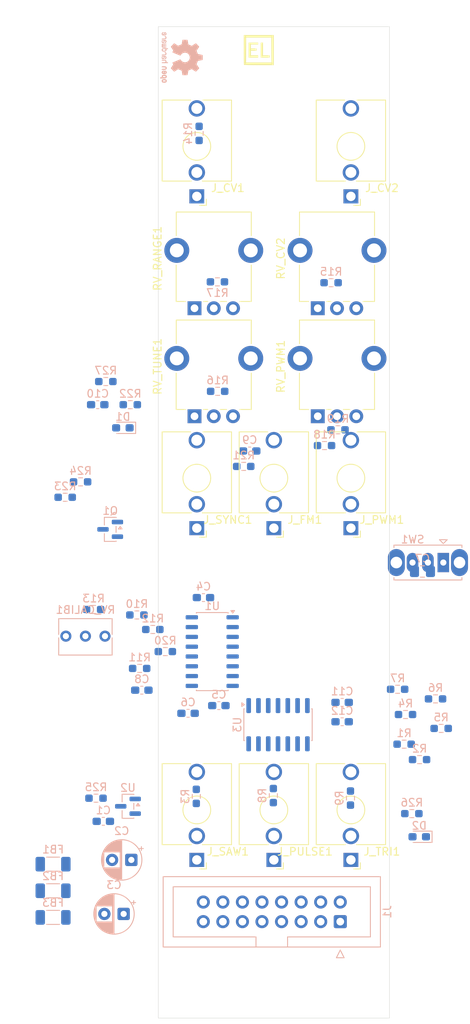
<source format=kicad_pcb>
(kicad_pcb (version 20241229) (generator "pcbnew") (generator_version "9.0")
  (layers (0 "F.Cu" signal) (2 "B.Cu" signal) (13 "F.Paste" user) (15 "B.Paste" user) (5 "F.SilkS" user "F.Silkscreen") (7 "B.SilkS" user "B.Silkscreen") (1 "F.Mask" user) (3 "B.Mask" user) (25 "Edge.Cuts" user))
  (net 0 "")
  (net 1 "-12V")
  (net 3 "GND")
  (net 4 "+12V")
  (net 5 "+5V")
  (net 9 "/TRI_OUT")
  (net 11 "/TCAP")
  (net 12 "+2V5")
  (net 13 "/SAW_OUT")
  (net 14 "/PULSE_OUT")
  (net 15 "/1.25V")
  (net 16 "Net-(R2-Pad1)")
  (net 17 "Net-(U3A--)")
  (net 23 "Net-(J_SAW1-PadT)")
  (net 26 "Net-(SW1-A)")
  (net 27 "Net-(C8-Pad1)")
  (net 28 "Net-(C9-Pad2)")
  (net 29 "Net-(C9-Pad1)")
  (net 30 "/HARD_SYNC")
  (net 31 "Net-(C10-Pad1)")
  (net 32 "Net-(D1-K)")
  (net 33 "Net-(D2-A)")
  (net 34 "Net-(D2-K)")
  (net 35 "Net-(J1-Pin_1)")
  (net 36 "Net-(J1-Pin_10)")
  (net 37 "Net-(J1-Pin_11)")
  (net 38 "Net-(J_CV1-PadT)")
  (net 39 "Net-(J_CV2-PadT)")
  (net 40 "Net-(J_PULSE1-PadT)")
  (net 41 "Net-(J_PWM1-PadT)")
  (net 42 "Net-(J_TRI1-PadT)")
  (net 43 "Net-(U3B--)")
  (net 44 "Net-(R4-Pad1)")
  (net 45 "Net-(U3C--)")
  (net 46 "Net-(R5-Pad1)")
  (net 47 "/BW_COMP")
  (net 48 "/EXPO_FREQ")
  (net 49 "/HF_TRACK")
  (net 50 "Net-(R13-Pad2)")
  (net 51 "Net-(R15-Pad1)")
  (net 52 "Net-(R16-Pad1)")
  (net 53 "Net-(R17-Pad1)")
  (net 54 "/PWM_CTRL")
  (net 55 "/LIN_FREQ")
  (net 56 "Net-(U1-EXPO_SCALE)")
  (net 58 "Net-(Q1-B)")
  (footprint "MountingHole:MountingHole_3.5mm" (layer "F.Cu") (at 97.86 155.5)
    (property "Reference" "H4" (hide yes))
    (property "Value" "MountingHole" (hide yes))
    (pad "" np_thru_hole circle (at 0 0) (size 3.5 3.5) (drill 3.5) (layers "*.Cu" "*.Mask"))
  )
  (footprint "Connector_Audio:Jack_3.5mm_QingPu_WQP-PJ398SM_Vertical_CircularHoles" (layer "F.Cu") (at 100 52 180)
    (property "Reference" "J_CV2" (at -4.03 1.08 0) (layer "F.SilkS"))
    (property "Value" "AudioJack2_SwitchT")
    (pad "S" thru_hole rect (at 0 0) (size 1.93 1.83) (drill 1.22) (layers "*.Cu" "*.Mask") (net 3 "GND"))
    (pad "T" thru_hole circle (at 0 11.4) (size 2.13 2.13) (drill 1.43) (layers "*.Cu" "*.Mask") (net 39 "Net-(J_CV2-PadT)"))
    (pad "TN" thru_hole circle (at 0 3.1) (size 2.13 2.13) (drill 1.42) (layers "*.Cu" "*.Mask"))
  )
  (footprint "Connector_Audio:Jack_3.5mm_QingPu_WQP-PJ398SM_Vertical_CircularHoles" (layer "F.Cu") (at 80 52 180)
    (property "Reference" "J_CV1" (at -4.03 1.08 0) (layer "F.SilkS"))
    (property "Value" "AudioJack2_SwitchT")
    (pad "S" thru_hole rect (at 0 0) (size 1.93 1.83) (drill 1.22) (layers "*.Cu" "*.Mask") (net 3 "GND"))
    (pad "T" thru_hole circle (at 0 11.4) (size 2.13 2.13) (drill 1.43) (layers "*.Cu" "*.Mask") (net 38 "Net-(J_CV1-PadT)"))
    (pad "TN" thru_hole circle (at 0 3.1) (size 2.13 2.13) (drill 1.42) (layers "*.Cu" "*.Mask") (net 3 "GND"))
  )
  (footprint "Connector_Audio:Jack_3.5mm_QingPu_WQP-PJ398SM_Vertical_CircularHoles" (layer "F.Cu") (at 100 138 180)
    (property "Reference" "J_TRI1" (at -4.03 1.08 0) (layer "F.SilkS"))
    (property "Value" "AudioJack2_SwitchT")
    (pad "S" thru_hole rect (at 0 0) (size 1.93 1.83) (drill 1.22) (layers "*.Cu" "*.Mask") (net 3 "GND"))
    (pad "T" thru_hole circle (at 0 11.4) (size 2.13 2.13) (drill 1.43) (layers "*.Cu" "*.Mask") (net 42 "Net-(J_TRI1-PadT)"))
    (pad "TN" thru_hole circle (at 0 3.1) (size 2.13 2.13) (drill 1.42) (layers "*.Cu" "*.Mask"))
  )
  (footprint "Connector_Audio:Jack_3.5mm_QingPu_WQP-PJ398SM_Vertical_CircularHoles" (layer "F.Cu") (at 90 95 180)
    (property "Reference" "J_FM1" (at -4.03 1.08 0) (layer "F.SilkS"))
    (property "Value" "AudioJack2_SwitchT")
    (pad "S" thru_hole rect (at 0 0) (size 1.93 1.83) (drill 1.22) (layers "*.Cu" "*.Mask") (net 3 "GND"))
    (pad "T" thru_hole circle (at 0 11.4) (size 2.13 2.13) (drill 1.43) (layers "*.Cu" "*.Mask") (net 29 "Net-(C9-Pad1)"))
    (pad "TN" thru_hole circle (at 0 3.1) (size 2.13 2.13) (drill 1.42) (layers "*.Cu" "*.Mask"))
  )
  (footprint "Connector_Audio:Jack_3.5mm_QingPu_WQP-PJ398SM_Vertical_CircularHoles" (layer "F.Cu") (at 80 95 180)
    (property "Reference" "J_SYNC1" (at -4.03 1.08 0) (layer "F.SilkS"))
    (property "Value" "AudioJack2_SwitchT")
    (pad "S" thru_hole rect (at 0 0) (size 1.93 1.83) (drill 1.22) (layers "*.Cu" "*.Mask") (net 3 "GND"))
    (pad "T" thru_hole circle (at 0 11.4) (size 2.13 2.13) (drill 1.43) (layers "*.Cu" "*.Mask") (net 31 "Net-(C10-Pad1)"))
    (pad "TN" thru_hole circle (at 0 3.1) (size 2.13 2.13) (drill 1.42) (layers "*.Cu" "*.Mask"))
  )
  (footprint "MountingHole:MountingHole_3.5mm" (layer "F.Cu") (at 82.62 33)
    (property "Reference" "H1" (hide yes))
    (property "Value" "MountingHole" (hide yes))
    (pad "" np_thru_hole circle (at 0 0) (size 3.5 3.5) (drill 3.5) (layers "*.Cu" "*.Mask"))
  )
  (footprint "Connector_Audio:Jack_3.5mm_QingPu_WQP-PJ398SM_Vertical_CircularHoles" (layer "F.Cu") (at 100 95 180)
    (property "Reference" "J_PWM1" (at -4.03 1.08 0) (layer "F.SilkS"))
    (property "Value" "AudioJack2_SwitchT")
    (pad "S" thru_hole rect (at 0 0) (size 1.93 1.83) (drill 1.22) (layers "*.Cu" "*.Mask") (net 3 "GND"))
    (pad "T" thru_hole circle (at 0 11.4) (size 2.13 2.13) (drill 1.43) (layers "*.Cu" "*.Mask") (net 41 "Net-(J_PWM1-PadT)"))
    (pad "TN" thru_hole circle (at 0 3.1) (size 2.13 2.13) (drill 1.42) (layers "*.Cu" "*.Mask"))
  )
  (footprint "Potentiometer_THT:Potentiometer_Alpha_RD901F-40-00D_Single_Vertical_CircularHoles" (layer "F.Cu") (at 95.7 80.5 90)
    (property "Reference" "RV_PWM1" (at 6.45 -4.8 90) (layer "F.SilkS"))
    (property "Value" "100k")
    (pad "" thru_hole circle (at 7.5 -2.3 180) (size 3.24 3.24) (drill 1.8) (layers "*.Cu" "*.Mask"))
    (pad "" thru_hole circle (at 7.5 7.3 180) (size 3.24 3.24) (drill 1.8) (layers "*.Cu" "*.Mask"))
    (pad "1" thru_hole rect (at 0 0 180) (size 1.8 1.8) (drill 1) (layers "*.Cu" "*.Mask") (net 12 "+2V5"))
    (pad "2" thru_hole circle (at 0 2.5 180) (size 1.8 1.8) (drill 1) (layers "*.Cu" "*.Mask") (net 54 "/PWM_CTRL"))
    (pad "3" thru_hole circle (at 0 5 180) (size 1.8 1.8) (drill 1) (layers "*.Cu" "*.Mask") (net 3 "GND"))
  )
  (footprint "Connector_Audio:Jack_3.5mm_QingPu_WQP-PJ398SM_Vertical_CircularHoles" (layer "F.Cu") (at 80 138 180)
    (property "Reference" "J_SAW1" (at -4.03 1.08 0) (layer "F.SilkS"))
    (property "Value" "AudioJack2_SwitchT")
    (pad "S" thru_hole rect (at 0 0) (size 1.93 1.83) (drill 1.22) (layers "*.Cu" "*.Mask") (net 3 "GND"))
    (pad "T" thru_hole circle (at 0 11.4) (size 2.13 2.13) (drill 1.43) (layers "*.Cu" "*.Mask") (net 23 "Net-(J_SAW1-PadT)"))
    (pad "TN" thru_hole circle (at 0 3.1) (size 2.13 2.13) (drill 1.42) (layers "*.Cu" "*.Mask"))
  )
  (footprint "MountingHole:MountingHole_3.5mm" (layer "F.Cu") (at 97.86 33)
    (property "Reference" "H2" (hide yes))
    (property "Value" "MountingHole" (hide yes))
    (pad "" np_thru_hole circle (at 0 0) (size 3.5 3.5) (drill 3.5) (layers "*.Cu" "*.Mask"))
  )
  (footprint "Connector_Audio:Jack_3.5mm_QingPu_WQP-PJ398SM_Vertical_CircularHoles" (layer "F.Cu") (at 90 138 180)
    (property "Reference" "J_PULSE1" (at -4.03 1.08 0) (layer "F.SilkS"))
    (property "Value" "AudioJack2_SwitchT")
    (pad "S" thru_hole rect (at 0 0) (size 1.93 1.83) (drill 1.22) (layers "*.Cu" "*.Mask") (net 3 "GND"))
    (pad "T" thru_hole circle (at 0 11.4) (size 2.13 2.13) (drill 1.43) (layers "*.Cu" "*.Mask") (net 40 "Net-(J_PULSE1-PadT)"))
    (pad "TN" thru_hole circle (at 0 3.1) (size 2.13 2.13) (drill 1.42) (layers "*.Cu" "*.Mask"))
  )
  (footprint "MountingHole:MountingHole_3.5mm" (layer "F.Cu") (at 82.62 155.5)
    (property "Reference" "H3" (hide yes))
    (property "Value" "MountingHole" (hide yes))
    (pad "" np_thru_hole circle (at 0 0) (size 3.5 3.5) (drill 3.5) (layers "*.Cu" "*.Mask"))
  )
  (footprint "Potentiometer_THT:Potentiometer_Alpha_RD901F-40-00D_Single_Vertical_CircularHoles" (layer "F.Cu") (at 79.7 80.5 90)
    (property "Reference" "RV_TUNE1" (at 6.45 -4.8 90) (layer "F.SilkS"))
    (property "Value" "100k")
    (pad "" thru_hole circle (at 7.5 -2.3 180) (size 3.24 3.24) (drill 1.8) (layers "*.Cu" "*.Mask"))
    (pad "" thru_hole circle (at 7.5 7.3 180) (size 3.24 3.24) (drill 1.8) (layers "*.Cu" "*.Mask"))
    (pad "1" thru_hole rect (at 0 0 180) (size 1.8 1.8) (drill 1) (layers "*.Cu" "*.Mask") (net 4 "+12V"))
    (pad "2" thru_hole circle (at 0 2.5 180) (size 1.8 1.8) (drill 1) (layers "*.Cu" "*.Mask") (net 52 "Net-(R16-Pad1)"))
    (pad "3" thru_hole circle (at 0 5 180) (size 1.8 1.8) (drill 1) (layers "*.Cu" "*.Mask") (net 3 "GND"))
  )
  (footprint "Potentiometer_THT:Potentiometer_Alpha_RD901F-40-00D_Single_Vertical_CircularHoles" (layer "F.Cu") (at 95.7 66.5 90)
    (property "Reference" "RV_CV2" (at 6.45 -4.8 90) (layer "F.SilkS"))
    (property "Value" "100k?")
    (pad "" thru_hole circle (at 7.5 -2.3 180) (size 3.24 3.24) (drill 1.8) (layers "*.Cu" "*.Mask"))
    (pad "" thru_hole circle (at 7.5 7.3 180) (size 3.24 3.24) (drill 1.8) (layers "*.Cu" "*.Mask"))
    (pad "1" thru_hole rect (at 0 0 180) (size 1.8 1.8) (drill 1) (layers "*.Cu" "*.Mask") (net 3 "GND"))
    (pad "2" thru_hole circle (at 0 2.5 180) (size 1.8 1.8) (drill 1) (layers "*.Cu" "*.Mask") (net 51 "Net-(R15-Pad1)"))
    (pad "3" thru_hole circle (at 0 5 180) (size 1.8 1.8) (drill 1) (layers "*.Cu" "*.Mask") (net 39 "Net-(J_CV2-PadT)"))
  )
  (footprint "elemental:elemental-4mm" (layer "F.Cu") (at 88 33)
    (property "Reference" "G***" (hide yes))
    (property "Value" "LOGO" (hide yes))
  )
  (footprint "Potentiometer_THT:Potentiometer_Alpha_RD901F-40-00D_Single_Vertical_CircularHoles" (layer "F.Cu") (at 79.7 66.5 90)
    (property "Reference" "RV_RANGE1" (at 6.45 -4.8 90) (layer "F.SilkS"))
    (property "Value" "100k")
    (pad "" thru_hole circle (at 7.5 -2.3 180) (size 3.24 3.24) (drill 1.8) (layers "*.Cu" "*.Mask"))
    (pad "" thru_hole circle (at 7.5 7.3 180) (size 3.24 3.24) (drill 1.8) (layers "*.Cu" "*.Mask"))
    (pad "1" thru_hole rect (at 0 0 180) (size 1.8 1.8) (drill 1) (layers "*.Cu" "*.Mask") (net 4 "+12V"))
    (pad "2" thru_hole circle (at 0 2.5 180) (size 1.8 1.8) (drill 1) (layers "*.Cu" "*.Mask") (net 53 "Net-(R17-Pad1)"))
    (pad "3" thru_hole circle (at 0 5 180) (size 1.8 1.8) (drill 1) (layers "*.Cu" "*.Mask") (net 3 "GND"))
  )
  (footprint "Resistor_SMD:R_0603_1608Metric_Pad0.98x0.95mm_HandSolder" (layer "B.Cu") (at 72.579841 113.180765 180)
    (property "Reference" "R11" (at 0 1.43 0) (layer "B.SilkS") (effects (justify mirror)))
    (property "Value" "267k")
    (pad "1" smd roundrect (at -0.9125 0 180) (size 0.975 0.95) (layers "B.Cu" "B.Mask" "B.Paste") (net 49 "/HF_TRACK"))
    (pad "2" smd roundrect (at 0.9125 0 180) (size 0.975 0.95) (layers "B.Cu" "B.Mask" "B.Paste") (net 48 "/EXPO_FREQ"))
  )
  (footprint "Resistor_SMD:R_0603_1608Metric_Pad0.98x0.95mm_HandSolder" (layer "B.Cu") (at 68.1875 76 180)
    (property "Reference" "R27" (at 0 1.43 0) (layer "B.SilkS") (effects (justify mirror)))
    (property "Value" "1k maybe?")
    (pad "1" smd roundrect (at -0.9125 0 180) (size 0.975 0.95) (layers "B.Cu" "B.Mask" "B.Paste") (net 32 "Net-(D1-K)"))
    (pad "2" smd roundrect (at 0.9125 0 180) (size 0.975 0.95) (layers "B.Cu" "B.Mask" "B.Paste") (net 3 "GND"))
  )
  (footprint "Resistor_SMD:R_0603_1608Metric_Pad0.98x0.95mm_HandSolder" (layer "B.Cu") (at 110.986749 117.12996 180)
    (property "Reference" "R6" (at 0 1.43 0) (layer "B.SilkS") (effects (justify mirror)))
    (property "Value" "10k")
    (pad "1" smd roundrect (at -0.9125 0 180) (size 0.975 0.95) (layers "B.Cu" "B.Mask" "B.Paste") (net 43 "Net-(U3B--)"))
    (pad "2" smd roundrect (at 0.9125 0 180) (size 0.975 0.95) (layers "B.Cu" "B.Mask" "B.Paste") (net 14 "/PULSE_OUT"))
  )
  (footprint "Resistor_SMD:R_0603_1608Metric_Pad0.98x0.95mm_HandSolder" (layer "B.Cu") (at 107.9125 132 180)
    (property "Reference" "R26" (at 0 1.43 0) (layer "B.SilkS") (effects (justify mirror)))
    (property "Value" "1k maybe")
    (pad "1" smd roundrect (at -0.9125 0 180) (size 0.975 0.95) (layers "B.Cu" "B.Mask" "B.Paste") (net 34 "Net-(D2-K)"))
    (pad "2" smd roundrect (at 0.9125 0 180) (size 0.975 0.95) (layers "B.Cu" "B.Mask" "B.Paste") (net 3 "GND"))
  )
  (footprint "Package_TO_SOT_SMD:SOT-23" (layer "B.Cu") (at 68.757455 95.157025 180)
    (property "Reference" "Q1" (at 0 2.4 0) (layer "B.SilkS") (effects (justify mirror)))
    (property "Value" "BC847")
    (pad "1" smd roundrect (at -0.9375 0.95 180) (size 1.475 0.6) (layers "B.Cu" "B.Mask" "B.Paste") (net 58 "Net-(Q1-B)"))
    (pad "2" smd roundrect (at -0.9375 -0.95 180) (size 1.475 0.6) (layers "B.Cu" "B.Mask" "B.Paste") (net 30 "/HARD_SYNC"))
    (pad "3" smd roundrect (at 0.9375 0 180) (size 1.475 0.6) (layers "B.Cu" "B.Mask" "B.Paste") (net 5 "+5V"))
  )
  (footprint "Inductor_SMD:L_1206_3216Metric_Pad1.22x1.90mm_HandSolder" (layer "B.Cu") (at 61.3375 138.55 180)
    (property "Reference" "FB1" (at 0 1.9 0) (layer "B.SilkS") (effects (justify mirror)))
    (property "Value" "FerriteBead_Small")
    (pad "1" smd roundrect (at -1.6625 0 180) (size 1.225 1.9) (layers "B.Cu" "B.Mask" "B.Paste") (roundrect_rratio 0.204082) (net 35 "Net-(J1-Pin_1)"))
    (pad "2" smd roundrect (at 1.6625 0 180) (size 1.225 1.9) (layers "B.Cu" "B.Mask" "B.Paste") (roundrect_rratio 0.204082) (net 1 "-12V"))
  )
  (footprint "Resistor_SMD:R_0603_1608Metric_Pad0.98x0.95mm_HandSolder" (layer "B.Cu") (at 71.3625 79 180)
    (property "Reference" "R22" (at 0 1.43 0) (layer "B.SilkS") (effects (justify mirror)))
    (property "Value" "10k")
    (pad "1" smd roundrect (at -0.9125 0 180) (size 0.975 0.95) (layers "B.Cu" "B.Mask" "B.Paste") (net 30 "/HARD_SYNC"))
    (pad "2" smd roundrect (at 0.9125 0 180) (size 0.975 0.95) (layers "B.Cu" "B.Mask" "B.Paste") (net 3 "GND"))
  )
  (footprint "Resistor_SMD:R_0603_1608Metric_Pad0.98x0.95mm_HandSolder" (layer "B.Cu") (at 108.9125 125 180)
    (property "Reference" "R2" (at 0 1.43 0) (layer "B.SilkS") (effects (justify mirror)))
    (property "Value" "39k")
    (pad "1" smd roundrect (at -0.9125 0 180) (size 0.975 0.95) (layers "B.Cu" "B.Mask" "B.Paste") (net 16 "Net-(R2-Pad1)"))
    (pad "2" smd roundrect (at 0.9125 0 180) (size 0.975 0.95) (layers "B.Cu" "B.Mask" "B.Paste") (net 17 "Net-(U3A--)"))
  )
  (footprint "Resistor_SMD:R_0603_1608Metric_Pad0.98x0.95mm_HandSolder" (layer "B.Cu") (at 86.0875 87 180)
    (property "Reference" "R21" (at 0 1.43 0) (layer "B.SilkS") (effects (justify mirror)))
    (property "Value" "499k")
    (pad "1" smd roundrect (at -0.9125 0 180) (size 0.975 0.95) (layers "B.Cu" "B.Mask" "B.Paste") (net 28 "Net-(C9-Pad2)"))
    (pad "2" smd roundrect (at 0.9125 0 180) (size 0.975 0.95) (layers "B.Cu" "B.Mask" "B.Paste") (net 55 "/LIN_FREQ"))
  )
  (footprint "Resistor_SMD:R_0603_1608Metric_Pad0.98x0.95mm_HandSolder" (layer "B.Cu") (at 74.287587 108.134769 180)
    (property "Reference" "R12" (at 0 1.43 0) (layer "B.SilkS") (effects (justify mirror)))
    (property "Value" "4k3")
    (pad "1" smd roundrect (at -0.9125 0 180) (size 0.975 0.95) (layers "B.Cu" "B.Mask" "B.Paste") (net 49 "/HF_TRACK"))
    (pad "2" smd roundrect (at 0.9125 0 180) (size 0.975 0.95) (layers "B.Cu" "B.Mask" "B.Paste") (net 3 "GND"))
  )
  (footprint "Resistor_SMD:R_0603_1608Metric_Pad0.98x0.95mm_HandSolder" (layer "B.Cu") (at 89.933251 129.658883 -90)
    (property "Reference" "R8" (at 0 1.43 90) (layer "B.SilkS") (effects (justify mirror)))
    (property "Value" "1k")
    (pad "1" smd roundrect (at -0.9125 0 270) (size 0.975 0.95) (layers "B.Cu" "B.Mask" "B.Paste") (net 40 "Net-(J_PULSE1-PadT)"))
    (pad "2" smd roundrect (at 0.9125 0 270) (size 0.975 0.95) (layers "B.Cu" "B.Mask" "B.Paste") (net 44 "Net-(R4-Pad1)"))
  )
  (footprint "Package_TO_SOT_SMD:SOT-23" (layer "B.Cu") (at 71.0625 131.05 180)
    (property "Reference" "U2" (at 0 2.4 0) (layer "B.SilkS") (effects (justify mirror)))
    (property "Value" "TL431DBZ")
    (pad "1" smd roundrect (at -0.9375 0.95 180) (size 1.475 0.6) (layers "B.Cu" "B.Mask" "B.Paste") (net 12 "+2V5"))
    (pad "2" smd roundrect (at -0.9375 -0.95 180) (size 1.475 0.6) (layers "B.Cu" "B.Mask" "B.Paste") (net 12 "+2V5"))
    (pad "3" smd roundrect (at 0.9375 0 180) (size 1.475 0.6) (layers "B.Cu" "B.Mask" "B.Paste") (net 3 "GND"))
  )
  (footprint "Inductor_SMD:L_1206_3216Metric_Pad1.22x1.90mm_HandSolder" (layer "B.Cu") (at 61.3375 142 180)
    (property "Reference" "FB2" (at 0 1.9 0) (layer "B.SilkS") (effects (justify mirror)))
    (property "Value" "FerriteBead_Small")
    (pad "1" smd roundrect (at -1.6625 0 180) (size 1.225 1.9) (layers "B.Cu" "B.Mask" "B.Paste") (roundrect_rratio 0.204082) (net 36 "Net-(J1-Pin_10)"))
    (pad "2" smd roundrect (at 1.6625 0 180) (size 1.225 1.9) (layers "B.Cu" "B.Mask" "B.Paste") (roundrect_rratio 0.204082) (net 4 "+12V"))
  )
  (footprint "Resistor_SMD:R_0603_1608Metric_Pad0.98x0.95mm_HandSolder" (layer "B.Cu") (at 111.719076 120.957251 180)
    (property "Reference" "R5" (at 0 1.43 0) (layer "B.SilkS") (effects (justify mirror)))
    (property "Value" "39k")
    (pad "1" smd roundrect (at -0.9125 0 180) (size 0.975 0.95) (layers "B.Cu" "B.Mask" "B.Paste") (net 46 "Net-(R5-Pad1)"))
    (pad "2" smd roundrect (at 0.9125 0 180) (size 0.975 0.95) (layers "B.Cu" "B.Mask" "B.Paste") (net 45 "Net-(U3C--)"))
  )
  (footprint "Resistor_SMD:R_0603_1608Metric_Pad0.98x0.95mm_HandSolder" (layer "B.Cu") (at 79.93181 129.764941 -90)
    (property "Reference" "R3" (at 0 1.43 90) (layer "B.SilkS") (effects (justify mirror)))
    (property "Value" "1k")
    (pad "1" smd roundrect (at -0.9125 0 270) (size 0.975 0.95) (layers "B.Cu" "B.Mask" "B.Paste") (net 23 "Net-(J_SAW1-PadT)"))
    (pad "2" smd roundrect (at 0.9125 0 270) (size 0.975 0.95) (layers "B.Cu" "B.Mask" "B.Paste") (net 16 "Net-(R2-Pad1)"))
  )
  (footprint "Button_Switch_THT:SW_Slide_SPDT_Straight_CK_OS102011MS2Q" (layer "B.Cu") (at 112 99.46 180)
    (property "Reference" "SW1" (at 3.99 2.99 0) (layer "B.SilkS") (effects (justify mirror)))
    (property "Value" "SW_SPDT")
    (pad "" thru_hole oval (at -2.1 0 180) (size 2.2 3.5) (drill 1.5) (layers "*.Cu" "*.Mask"))
    (pad "" thru_hole oval (at 6.1 0 180) (size 2.2 3.5) (drill 1.5) (layers "*.Cu" "*.Mask"))
    (pad "1" thru_hole rect (at 0 0 180) (size 1.5 2.5) (drill 0.8) (layers "*.Cu" "*.Mask") (net 26 "Net-(SW1-A)"))
    (pad "2" thru_hole oval (at 2 0 180) (size 1.5 2.5) (drill 0.8) (layers "*.Cu" "*.Mask") (net 3 "GND"))
    (pad "3" thru_hole oval (at 4 0 180) (size 1.5 2.5) (drill 0.8) (layers "*.Cu" "*.Mask"))
  )
  (footprint "Capacitor_SMD:C_0603_1608Metric_Pad1.08x0.95mm_HandSolder" (layer "B.Cu") (at 72.8625 116 180)
    (property "Reference" "C8" (at 0 1.43 0) (layer "B.SilkS") (effects (justify mirror)))
    (property "Value" "10n")
    (pad "1" smd roundrect (at -0.8625 0 180) (size 1.075 0.95) (layers "B.Cu" "B.Mask" "B.Paste") (net 27 "Net-(C8-Pad1)"))
    (pad "2" smd roundrect (at 0.8625 0 180) (size 1.075 0.95) (layers "B.Cu" "B.Mask" "B.Paste") (net 3 "GND"))
  )
  (footprint "Capacitor_SMD:C_0603_1608Metric_Pad1.08x0.95mm_HandSolder" (layer "B.Cu") (at 86.8625 85 180)
    (property "Reference" "C9" (at 0 1.43 0) (layer "B.SilkS") (effects (justify mirror)))
    (property "Value" "1u")
    (pad "1" smd roundrect (at -0.8625 0 180) (size 1.075 0.95) (layers "B.Cu" "B.Mask" "B.Paste") (net 29 "Net-(C9-Pad1)"))
    (pad "2" smd roundrect (at 0.8625 0 180) (size 1.075 0.95) (layers "B.Cu" "B.Mask" "B.Paste") (net 28 "Net-(C9-Pad2)"))
  )
  (footprint "Resistor_SMD:R_0603_1608Metric_Pad0.98x0.95mm_HandSolder" (layer "B.Cu") (at 96.578466 84.3 180)
    (property "Reference" "R18" (at 0 1.43 0) (layer "B.SilkS") (effects (justify mirror)))
    (property "Value" "100k")
    (pad "1" smd roundrect (at -0.9125 0 180) (size 0.975 0.95) (layers "B.Cu" "B.Mask" "B.Paste") (net 41 "Net-(J_PWM1-PadT)"))
    (pad "2" smd roundrect (at 0.9125 0 180) (size 0.975 0.95) (layers "B.Cu" "B.Mask" "B.Paste") (net 54 "/PWM_CTRL"))
  )
  (footprint "Capacitor_SMD:C_0603_1608Metric_Pad1.08x0.95mm_HandSolder" (layer "B.Cu") (at 80.8625 104 180)
    (property "Reference" "C4" (at 0 1.43 0) (layer "B.SilkS") (effects (justify mirror)))
    (property "Value" "100n X7R")
    (pad "1" smd roundrect (at -0.8625 0 180) (size 1.075 0.95) (layers "B.Cu" "B.Mask" "B.Paste") (net 5 "+5V"))
    (pad "2" smd roundrect (at 0.8625 0 180) (size 1.075 0.95) (layers "B.Cu" "B.Mask" "B.Paste") (net 3 "GND"))
  )
  (footprint "Resistor_SMD:R_0603_1608Metric_Pad0.98x0.95mm_HandSolder" (layer "B.Cu") (at 107.091444 119.156372 180)
    (property "Reference" "R4" (at 0 1.43 0) (layer "B.SilkS") (effects (justify mirror)))
    (property "Value" "39k")
    (pad "1" smd roundrect (at -0.9125 0 180) (size 0.975 0.95) (layers "B.Cu" "B.Mask" "B.Paste") (net 44 "Net-(R4-Pad1)"))
    (pad "2" smd roundrect (at 0.9125 0 180) (size 0.975 0.95) (layers "B.Cu" "B.Mask" "B.Paste") (net 43 "Net-(U3B--)"))
  )
  (footprint "Resistor_SMD:R_0603_1608Metric_Pad0.98x0.95mm_HandSolder" (layer "B.Cu") (at 66.601672 105.540074 180)
    (property "Reference" "R13" (at 0 1.43 0) (layer "B.SilkS") (effects (justify mirror)))
    (property "Value" "22k1")
    (pad "1" smd roundrect (at -0.9125 0 180) (size 0.975 0.95) (layers "B.Cu" "B.Mask" "B.Paste") (net 12 "+2V5"))
    (pad "2" smd roundrect (at 0.9125 0 180) (size 0.975 0.95) (layers "B.Cu" "B.Mask" "B.Paste") (net 50 "Net-(R13-Pad2)"))
  )
  (footprint "Resistor_SMD:R_0603_1608Metric_Pad0.98x0.95mm_HandSolder" (layer "B.Cu") (at 75.9125 111 180)
    (property "Reference" "R20" (at 0 1.43 0) (layer "B.SilkS") (effects (justify mirror)))
    (property "Value" "499k")
    (pad "1" smd roundrect (at -0.9125 0 180) (size 0.975 0.95) (layers "B.Cu" "B.Mask" "B.Paste") (net 12 "+2V5"))
    (pad "2" smd roundrect (at 0.9125 0 180) (size 0.975 0.95) (layers "B.Cu" "B.Mask" "B.Paste") (net 55 "/LIN_FREQ"))
  )
  (footprint "Package_SO:STC_SOP-16_3.9x9.9mm_P1.27mm" (layer "B.Cu") (at 82 111 180)
    (property "Reference" "U1" (at 0 5.9 0) (layer "B.SilkS") (effects (justify mirror)))
    (property "Value" "SSI2131")
    (pad "1" smd roundrect (at -2.65 4.445 180) (size 1.6 0.55) (layers "B.Cu" "B.Mask" "B.Paste") (net 13 "/SAW_OUT"))
    (pad "2" smd roundrect (at -2.65 3.175 180) (size 1.6 0.55) (layers "B.Cu" "B.Mask" "B.Paste") (net 14 "/PULSE_OUT"))
    (pad "3" smd roundrect (at -2.65 1.905 180) (size 1.6 0.55) (layers "B.Cu" "B.Mask" "B.Paste") (net 54 "/PWM_CTRL"))
    (pad "4" smd roundrect (at -2.65 0.635 180) (size 1.6 0.55) (layers "B.Cu" "B.Mask" "B.Paste") (net 9 "/TRI_OUT"))
    (pad "5" smd roundrect (at -2.65 -0.635 180) (size 1.6 0.55) (layers "B.Cu" "B.Mask" "B.Paste") (net 49 "/HF_TRACK"))
    (pad "6" smd roundrect (at -2.65 -1.905 180) (size 1.6 0.55) (layers "B.Cu" "B.Mask" "B.Paste") (net 48 "/EXPO_FREQ"))
    (pad "7" smd roundrect (at -2.65 -3.175 180) (size 1.6 0.55) (layers "B.Cu" "B.Mask" "B.Paste") (net 1 "-12V"))
    (pad "8" smd roundrect (at -2.65 -4.445 180) (size 1.6 0.55) (layers "B.Cu" "B.Mask" "B.Paste") (net 11 "/TCAP"))
    (pad "9" smd roundrect (at 2.65 -4.445 180) (size 1.6 0.55) (layers "B.Cu" "B.Mask" "B.Paste") (net 3 "GND"))
    (pad "10" smd roundrect (at 2.65 -3.175 180) (size 1.6 0.55) (layers "B.Cu" "B.Mask" "B.Paste") (net 30 "/HARD_SYNC"))
    (pad "11" smd roundrect (at 2.65 -1.905 180) (size 1.6 0.55) (layers "B.Cu" "B.Mask" "B.Paste"))
    (pad "12" smd roundrect (at 2.65 -0.635 180) (size 1.6 0.55) (layers "B.Cu" "B.Mask" "B.Paste") (net 55 "/LIN_FREQ"))
    (pad "13" smd roundrect (at 2.65 0.635 180) (size 1.6 0.55) (layers "B.Cu" "B.Mask" "B.Paste") (net 56 "Net-(U1-EXPO_SCALE)"))
    (pad "14" smd roundrect (at 2.65 1.905 180) (size 1.6 0.55) (layers "B.Cu" "B.Mask" "B.Paste") (net 12 "+2V5"))
    (pad "15" smd roundrect (at 2.65 3.175 180) (size 1.6 0.55) (layers "B.Cu" "B.Mask" "B.Paste") (net 47 "/BW_COMP"))
    (pad "16" smd roundrect (at 2.65 4.445 180) (size 1.6 0.55) (layers "B.Cu" "B.Mask" "B.Paste") (net 5 "+5V"))
  )
  (footprint "Capacitor_SMD:C_0603_1608Metric_Pad1.08x0.95mm_HandSolder" (layer "B.Cu") (at 82.8625 118 180)
    (property "Reference" "C5" (at 0 1.43 0) (layer "B.SilkS") (effects (justify mirror)))
    (property "Value" "100n X7R")
    (pad "1" smd roundrect (at -0.8625 0 180) (size 1.075 0.95) (layers "B.Cu" "B.Mask" "B.Paste") (net 1 "-12V"))
    (pad "2" smd roundrect (at 0.8625 0 180) (size 1.075 0.95) (layers "B.Cu" "B.Mask" "B.Paste") (net 3 "GND"))
  )
  (footprint "Resistor_SMD:R_0603_1608Metric_Pad0.98x0.95mm_HandSolder" (layer "B.Cu") (at 106.9125 123 180)
    (property "Reference" "R1" (at 0 1.43 0) (layer "B.SilkS") (effects (justify mirror)))
    (property "Value" "10k")
    (pad "1" smd roundrect (at -0.9125 0 180) (size 0.975 0.95) (layers "B.Cu" "B.Mask" "B.Paste") (net 17 "Net-(U3A--)"))
    (pad "2" smd roundrect (at 0.9125 0 180) (size 0.975 0.95) (layers "B.Cu" "B.Mask" "B.Paste") (net 13 "/SAW_OUT"))
  )
  (footprint "Resistor_SMD:R_0603_1608Metric_Pad0.98x0.95mm_HandSolder" (layer "B.Cu") (at 98.322664 82.251986 180)
    (property "Reference" "R19" (at 0 1.43 0) (layer "B.SilkS") (effects (justify mirror)))
    (property "Value" "100k")
    (pad "1" smd roundrect (at -0.9125 0 180) (size 0.975 0.95) (layers "B.Cu" "B.Mask" "B.Paste") (net 3 "GND"))
    (pad "2" smd roundrect (at 0.9125 0 180) (size 0.975 0.95) (layers "B.Cu" "B.Mask" "B.Paste") (net 54 "/PWM_CTRL"))
  )
  (footprint "Resistor_SMD:R_0603_1608Metric_Pad0.98x0.95mm_HandSolder" (layer "B.Cu") (at 66.9125 130 180)
    (property "Reference" "R25" (at 0 1.43 0) (layer "B.SilkS") (effects (justify mirror)))
    (property "Value" "3k3")
    (pad "1" smd roundrect (at -0.9125 0 180) (size 0.975 0.95) (layers "B.Cu" "B.Mask" "B.Paste") (net 12 "+2V5"))
    (pad "2" smd roundrect (at 0.9125 0 180) (size 0.975 0.95) (layers "B.Cu" "B.Mask" "B.Paste") (net 5 "+5V"))
  )
  (footprint "Resistor_SMD:R_0603_1608Metric_Pad0.98x0.95mm_HandSolder" (layer "B.Cu") (at 106.068238 115.884427 180)
    (property "Reference" "R7" (at 0 1.43 0) (layer "B.SilkS") (effects (justify mirror)))
    (property "Value" "10k")
    (pad "1" smd roundrect (at -0.9125 0 180) (size 0.975 0.95) (layers "B.Cu" "B.Mask" "B.Paste") (net 45 "Net-(U3C--)"))
    (pad "2" smd roundrect (at 0.9125 0 180) (size 0.975 0.95) (layers "B.Cu" "B.Mask" "B.Paste") (net 9 "/TRI_OUT"))
  )
  (footprint "Resistor_SMD:R_0603_1608Metric_Pad0.98x0.95mm_HandSolder" (layer "B.Cu") (at 99.947131 129.984236 -90)
    (property "Reference" "R9" (at 0 1.43 90) (layer "B.SilkS") (effects (justify mirror)))
    (property "Value" "1k")
    (pad "1" smd roundrect (at -0.9125 0 270) (size 0.975 0.95) (layers "B.Cu" "B.Mask" "B.Paste") (net 42 "Net-(J_TRI1-PadT)"))
    (pad "2" smd roundrect (at 0.9125 0 270) (size 0.975 0.95) (layers "B.Cu" "B.Mask" "B.Paste") (net 46 "Net-(R5-Pad1)"))
  )
  (footprint "Capacitor_SMD:C_0603_1608Metric_Pad1.08x0.95mm_HandSolder" (layer "B.Cu") (at 67.1375 79 180)
    (property "Reference" "C10" (at 0 1.43 0) (layer "B.SilkS") (effects (justify mirror)))
    (property "Value" "10n")
    (pad "1" smd roundrect (at -0.8625 0 180) (size 1.075 0.95) (layers "B.Cu" "B.Mask" "B.Paste") (net 31 "Net-(C10-Pad1)"))
    (pad "2" smd roundrect (at 0.8625 0 180) (size 1.075 0.95) (layers "B.Cu" "B.Mask" "B.Paste") (net 30 "/HARD_SYNC"))
  )
  (footprint "Connector_IDC:IDC-Header_2x08_P2.54mm_Vertical" (layer "B.Cu") (at 98.62 146 90)
    (property "Reference" "J1" (at 1.27 6.1 90) (layer "B.SilkS") (effects (justify mirror)))
    (property "Value" "Conn_02x08_Odd_Even")
    (pad "1" thru_hole roundrect (at 0 0 90) (size 1.7 1.7) (drill 1) (layers "*.Cu" "*.Mask") (roundrect_rratio 0.147059) (net 35 "Net-(J1-Pin_1)"))
    (pad "2" thru_hole circle (at 2.54 0 90) (size 1.7 1.7) (drill 1) (layers "*.Cu" "*.Mask") (net 35 "Net-(J1-Pin_1)"))
    (pad "3" thru_hole circle (at 0 -2.54 90) (size 1.7 1.7) (drill 1) (layers "*.Cu" "*.Mask") (net 3 "GND"))
    (pad "4" thru_hole circle (at 2.54 -2.54 90) (size 1.7 1.7) (drill 1) (layers "*.Cu" "*.Mask") (net 3 "GND"))
    (pad "5" thru_hole circle (at 0 -5.08 90) (size 1.7 1.7) (drill 1) (layers "*.Cu" "*.Mask") (net 3 "GND"))
    (pad "6" thru_hole circle (at 2.54 -5.08 90) (size 1.7 1.7) (drill 1) (layers "*.Cu" "*.Mask") (net 3 "GND"))
    (pad "7" thru_hole circle (at 0 -7.62 90) (size 1.7 1.7) (drill 1) (layers "*.Cu" "*.Mask") (net 3 "GND"))
    (pad "8" thru_hole circle (at 2.54 -7.62 90) (size 1.7 1.7) (drill 1) (layers "*.Cu" "*.Mask") (net 3 "GND"))
    (pad "9" thru_hole circle (at 0 -10.16 90) (size 1.7 1.7) (drill 1) (layers "*.Cu" "*.Mask") (net 36 "Net-(J1-Pin_10)"))
    (pad "10" thru_hole circle (at 2.54 -10.16 90) (size 1.7 1.7) (drill 1) (layers "*.Cu" "*.Mask") (net 36 "Net-(J1-Pin_10)"))
    (pad "11" thru_hole circle (at 0 -12.7 90) (size 1.7 1.7) (drill 1) (layers "*.Cu" "*.Mask") (net 37 "Net-(J1-Pin_11)"))
    (pad "12" thru_hole circle (at 2.54 -12.7 90) (size 1.7 1.7) (drill 1) (layers "*.Cu" "*.Mask") (net 37 "Net-(J1-Pin_11)"))
    (pad "13" thru_hole circle (at 0 -15.24 90) (size 1.7 1.7) (drill 1) (layers "*.Cu" "*.Mask"))
    (pad "14" thru_hole circle (at 2.54 -15.24 90) (size 1.7 1.7) (drill 1) (layers "*.Cu" "*.Mask"))
    (pad "15" thru_hole circle (at 0 -17.78 90) (size 1.7 1.7) (drill 1) (layers "*.Cu" "*.Mask"))
    (pad "16" thru_hole circle (at 2.54 -17.78 90) (size 1.7 1.7) (drill 1) (layers "*.Cu" "*.Mask"))
  )
  (footprint "Potentiometer_THT:Potentiometer_Bourns_3266Y_Vertical" (layer "B.Cu") (at 63 109 180)
    (property "Reference" "RV_CALIB1" (at -2.54 3.41 0) (layer "B.SilkS") (effects (justify mirror)))
    (property "Value" "5k 10 turn")
    (pad "1" thru_hole circle (at 0 0 180) (size 1.44 1.44) (drill 0.8) (layers "*.Cu" "*.Mask") (net 56 "Net-(U1-EXPO_SCALE)"))
    (pad "2" thru_hole circle (at -2.54 0 180) (size 1.44 1.44) (drill 0.8) (layers "*.Cu" "*.Mask") (net 50 "Net-(R13-Pad2)"))
    (pad "3" thru_hole circle (at -5.08 0 180) (size 1.44 1.44) (drill 0.8) (layers "*.Cu" "*.Mask") (net 50 "Net-(R13-Pad2)"))
  )
  (footprint "Capacitor_SMD:C_0603_1608Metric_Pad1.08x0.95mm_HandSolder" (layer "B.Cu") (at 98.864145 117.583552 180)
    (property "Reference" "C11" (at 0 1.43 0) (layer "B.SilkS") (effects (justify mirror)))
    (property "Value" "100n")
    (pad "1" smd roundrect (at -0.8625 0 180) (size 1.075 0.95) (layers "B.Cu" "B.Mask" "B.Paste") (net 4 "+12V"))
    (pad "2" smd roundrect (at 0.8625 0 180) (size 1.075 0.95) (layers "B.Cu" "B.Mask" "B.Paste") (net 3 "GND"))
  )
  (footprint "Capacitor_THT:CP_Radial_D5.0mm_P2.50mm" (layer "B.Cu") (at 70.5 145 180)
    (property "Reference" "C3" (at 1.25 3.75 0) (layer "B.SilkS") (effects (justify mirror)))
    (property "Value" "10u or more")
    (pad "1" thru_hole roundrect (at 0 0 180) (size 1.6 1.6) (drill 0.8) (layers "*.Cu" "*.Mask") (roundrect_rratio 0.15625) (net 3 "GND"))
    (pad "2" thru_hole circle (at 2.5 0 180) (size 1.6 1.6) (drill 0.8) (layers "*.Cu" "*.Mask") (net 1 "-12V"))
  )
  (footprint "Capacitor_SMD:C_0805_2012Metric_Pad1.18x1.45mm_HandSolder" (layer "B.Cu") (at 109.291139 100.616835 180)
    (property "Reference" "C7" (at 0 1.68 0) (layer "B.SilkS") (effects (justify mirror)))
    (property "Value" "4.7u or so")
    (pad "1" smd roundrect (at -1.0375 0 180) (size 1.175 1.45) (layers "B.Cu" "B.Mask" "B.Paste") (roundrect_rratio 0.212766) (net 11 "/TCAP"))
    (pad "2" smd roundrect (at 1.0375 0 180) (size 1.175 1.45) (layers "B.Cu" "B.Mask" "B.Paste") (roundrect_rratio 0.212766) (net 26 "Net-(SW1-A)"))
  )
  (footprint "Capacitor_SMD:C_0603_1608Metric_Pad1.08x0.95mm_HandSolder" (layer "B.Cu") (at 98.864145 120.093552 180)
    (property "Reference" "C12" (at 0 1.43 0) (layer "B.SilkS") (effects (justify mirror)))
    (property "Value" "100n")
    (pad "1" smd roundrect (at -0.8625 0 180) (size 1.075 0.95) (layers "B.Cu" "B.Mask" "B.Paste") (net 3 "GND"))
    (pad "2" smd roundrect (at 0.8625 0 180) (size 1.075 0.95) (layers "B.Cu" "B.Mask" "B.Paste") (net 1 "-12V"))
  )
  (footprint "Resistor_SMD:R_0603_1608Metric_Pad0.98x0.95mm_HandSolder" (layer "B.Cu") (at 80.298165 43.838903 -90)
    (property "Reference" "R14" (at 0 1.43 90) (layer "B.SilkS") (effects (justify mirror)))
    (property "Value" "49k9")
    (pad "1" smd roundrect (at -0.9125 0 270) (size 0.975 0.95) (layers "B.Cu" "B.Mask" "B.Paste") (net 38 "Net-(J_CV1-PadT)"))
    (pad "2" smd roundrect (at 0.9125 0 270) (size 0.975 0.95) (layers "B.Cu" "B.Mask" "B.Paste") (net 48 "/EXPO_FREQ"))
  )
  (footprint "Capacitor_SMD:C_0603_1608Metric_Pad1.08x0.95mm_HandSolder" (layer "B.Cu") (at 67.8625 133 180)
    (property "Reference" "C1" (at 0 1.43 0) (layer "B.SilkS") (effects (justify mirror)))
    (property "Value" "C")
    (pad "1" smd roundrect (at -0.8625 0 180) (size 1.075 0.95) (layers "B.Cu" "B.Mask" "B.Paste") (net 12 "+2V5"))
    (pad "2" smd roundrect (at 0.8625 0 180) (size 1.075 0.95) (layers "B.Cu" "B.Mask" "B.Paste") (net 3 "GND"))
  )
  (footprint "Inductor_SMD:L_1206_3216Metric_Pad1.22x1.90mm_HandSolder" (layer "B.Cu") (at 61.3375 145.45 180)
    (property "Reference" "FB3" (at 0 1.9 0) (layer "B.SilkS") (effects (justify mirror)))
    (property "Value" "FerriteBead_Small")
    (pad "1" smd roundrect (at -1.6625 0 180) (size 1.225 1.9) (layers "B.Cu" "B.Mask" "B.Paste") (roundrect_rratio 0.204082) (net 37 "Net-(J1-Pin_11)"))
    (pad "2" smd roundrect (at 1.6625 0 180) (size 1.225 1.9) (layers "B.Cu" "B.Mask" "B.Paste") (roundrect_rratio 0.204082) (net 5 "+5V"))
  )
  (footprint "Resistor_SMD:R_0603_1608Metric_Pad0.98x0.95mm_HandSolder" (layer "B.Cu") (at 82.706367 77.268129 180)
    (property "Reference" "R16" (at 0 1.43 0) (layer "B.SilkS") (effects (justify mirror)))
    (property "Value" "1M maybe?")
    (pad "1" smd roundrect (at -0.9125 0 180) (size 0.975 0.95) (layers "B.Cu" "B.Mask" "B.Paste") (net 52 "Net-(R16-Pad1)"))
    (pad "2" smd roundrect (at 0.9125 0 180) (size 0.975 0.95) (layers "B.Cu" "B.Mask" "B.Paste") (net 48 "/EXPO_FREQ"))
  )
  (footprint "Symbol:OSHW-Logo2_7.3x6mm_SilkScreen" (layer "B.Cu") (at 78 34 90)
    (property "Reference" "REF**" (hide yes))
    (property "Value" "OSHW-Logo2_7.3x6mm_SilkScreen" (hide yes))
  )
  (footprint "Resistor_SMD:R_0603_1608Metric_Pad0.98x0.95mm_HandSolder" (layer "B.Cu") (at 64.9125 89 180)
    (property "Reference" "R24" (at 0 1.43 0) (layer "B.SilkS") (effects (justify mirror)))
    (property "Value" "47k5")
    (pad "1" smd roundrect (at -0.9125 0 180) (size 0.975 0.95) (layers "B.Cu" "B.Mask" "B.Paste") (net 58 "Net-(Q1-B)"))
    (pad "2" smd roundrect (at 0.9125 0 180) (size 0.975 0.95) (layers "B.Cu" "B.Mask" "B.Paste") (net 1 "-12V"))
  )
  (footprint "LED_SMD:LED_0603_1608Metric_Pad1.05x0.95mm_HandSolder" (layer "B.Cu") (at 108.875 135 180)
    (property "Reference" "D2" (at 0 1.43 0) (layer "B.SilkS") (effects (justify mirror)))
    (property "Value" "LED wave out")
    (pad "1" smd roundrect (at -0.875 0 180) (size 1.05 0.95) (layers "B.Cu" "B.Mask" "B.Paste") (net 34 "Net-(D2-K)"))
    (pad "2" smd roundrect (at 0.875 0 180) (size 1.05 0.95) (layers "B.Cu" "B.Mask" "B.Paste") (net 33 "Net-(D2-A)"))
  )
  (footprint "Resistor_SMD:R_0603_1608Metric_Pad0.98x0.95mm_HandSolder" (layer "B.Cu") (at 62.9125 91 180)
    (property "Reference" "R23" (at 0 1.43 0) (layer "B.SilkS") (effects (justify mirror)))
    (property "Value" "20k")
    (pad "1" smd roundrect (at -0.9125 0 180) (size 0.975 0.95) (layers "B.Cu" "B.Mask" "B.Paste") (net 5 "+5V"))
    (pad "2" smd roundrect (at 0.9125 0 180) (size 0.975 0.95) (layers "B.Cu" "B.Mask" "B.Paste") (net 58 "Net-(Q1-B)"))
  )
  (footprint "Resistor_SMD:R_0603_1608Metric_Pad0.98x0.95mm_HandSolder" (layer "B.Cu") (at 82.676559 63.07972)
    (property "Reference" "R17" (at 0 1.43 0) (layer "B.SilkS") (effects (justify mirror)))
    (property "Value" "49k9")
    (pad "1" smd roundrect (at -0.9125 0) (size 0.975 0.95) (layers "B.Cu" "B.Mask" "B.Paste") (net 53 "Net-(R17-Pad1)"))
    (pad "2" smd roundrect (at 0.9125 0) (size 0.975 0.95) (layers "B.Cu" "B.Mask" "B.Paste") (net 48 "/EXPO_FREQ"))
  )
  (footprint "Capacitor_SMD:C_0603_1608Metric_Pad1.08x0.95mm_HandSolder" (layer "B.Cu") (at 78.8625 119 180)
    (property "Reference" "C6" (at 0 1.43 0) (layer "B.SilkS") (effects (justify mirror)))
    (property "Value" "3.9n C0G")
    (pad "1" smd roundrect (at -0.8625 0 180) (size 1.075 0.95) (layers "B.Cu" "B.Mask" "B.Paste") (net 11 "/TCAP"))
    (pad "2" smd roundrect (at 0.8625 0 180) (size 1.075 0.95) (layers "B.Cu" "B.Mask" "B.Paste") (net 3 "GND"))
  )
  (footprint "LED_SMD:LED_0603_1608Metric_Pad1.05x0.95mm_HandSolder" (layer "B.Cu") (at 70.4 82 180)
    (property "Reference" "D1" (at 0 1.43 0) (layer "B.SilkS") (effects (justify mirror)))
    (property "Value" "LED sync")
    (pad "1" smd roundrect (at -0.875 0 180) (size 1.05 0.95) (layers "B.Cu" "B.Mask" "B.Paste") (net 32 "Net-(D1-K)"))
    (pad "2" smd roundrect (at 0.875 0 180) (size 1.05 0.95) (layers "B.Cu" "B.Mask" "B.Paste") (net 30 "/HARD_SYNC"))
  )
  (footprint "Resistor_SMD:R_0603_1608Metric_Pad0.98x0.95mm_HandSolder" (layer "B.Cu") (at 97.430338 63.190045 180)
    (property "Reference" "R15" (at 0 1.43 0) (layer "B.SilkS") (effects (justify mirror)))
    (property "Value" "49k9")
    (pad "1" smd roundrect (at -0.9125 0 180) (size 0.975 0.95) (layers "B.Cu" "B.Mask" "B.Paste") (net 51 "Net-(R15-Pad1)"))
    (pad "2" smd roundrect (at 0.9125 0 180) (size 0.975 0.95) (layers "B.Cu" "B.Mask" "B.Paste") (net 48 "/EXPO_FREQ"))
  )
  (footprint "Package_SO:SOIC-14_3.9x8.7mm_P1.27mm" (layer "B.Cu") (at 90.54 120.475 -90)
    (property "Reference" "U3" (at 0 5.28 90) (layer "B.SilkS") (effects (justify mirror)))
    (property "Value" "TL074")
    (pad "1" smd roundrect (at -2.475 3.81 270) (size 1.95 0.6) (layers "B.Cu" "B.Mask" "B.Paste") (net 16 "Net-(R2-Pad1)"))
    (pad "2" smd roundrect (at -2.475 2.54 270) (size 1.95 0.6) (layers "B.Cu" "B.Mask" "B.Paste") (net 17 "Net-(U3A--)"))
    (pad "3" smd roundrect (at -2.475 1.27 270) (size 1.95 0.6) (layers "B.Cu" "B.Mask" "B.Paste") (net 15 "/1.25V"))
    (pad "4" smd roundrect (at -2.475 0 270) (size 1.95 0.6) (layers "B.Cu" "B.Mask" "B.Paste") (net 4 "+12V"))
    (pad "5" smd roundrect (at -2.475 -1.27 270) (size 1.95 0.6) (layers "B.Cu" "B.Mask" "B.Paste") (net 15 "/1.25V"))
    (pad "6" smd roundrect (at -2.475 -2.54 270) (size 1.95 0.6) (layers "B.Cu" "B.Mask" "B.Paste") (net 43 "Net-(U3B--)"))
    (pad "7" smd roundrect (at -2.475 -3.81 270) (size 1.95 0.6) (layers "B.Cu" "B.Mask" "B.Paste") (net 44 "Net-(R4-Pad1)"))
    (pad "8" smd roundrect (at 2.475 -3.81 270) (size 1.95 0.6) (layers "B.Cu" "B.Mask" "B.Paste") (net 46 "Net-(R5-Pad1)"))
    (pad "9" smd roundrect (at 2.475 -2.54 270) (size 1.95 0.6) (layers "B.Cu" "B.Mask" "B.Paste") (net 45 "Net-(U3C--)"))
    (pad "10" smd roundrect (at 2.475 -1.27 270) (size 1.95 0.6) (layers "B.Cu" "B.Mask" "B.Paste") (net 15 "/1.25V"))
    (pad "11" smd roundrect (at 2.475 0 270) (size 1.95 0.6) (layers "B.Cu" "B.Mask" "B.Paste") (net 1 "-12V"))
    (pad "12" smd roundrect (at 2.475 1.27 270) (size 1.95 0.6) (layers "B.Cu" "B.Mask" "B.Paste") (net 45 "Net-(U3C--)"))
    (pad "13" smd roundrect (at 2.475 2.54 270) (size 1.95 0.6) (layers "B.Cu" "B.Mask" "B.Paste") (net 3 "GND"))
    (pad "14" smd roundrect (at 2.475 3.81 270) (size 1.95 0.6) (layers "B.Cu" "B.Mask" "B.Paste") (net 33 "Net-(D2-A)"))
  )
  (footprint "Resistor_SMD:R_0603_1608Metric_Pad0.98x0.95mm_HandSolder" (layer "B.Cu") (at 72.219345 106.251986 180)
    (property "Reference" "R10" (at 0 1.43 0) (layer "B.SilkS") (effects (justify mirror)))
    (property "Value" "270")
    (pad "1" smd roundrect (at -0.9125 0 180) (size 0.975 0.95) (layers "B.Cu" "B.Mask" "B.Paste") (net 47 "/BW_COMP"))
    (pad "2" smd roundrect (at 0.9125 0 180) (size 0.975 0.95) (layers "B.Cu" "B.Mask" "B.Paste") (net 27 "Net-(C8-Pad1)"))
  )
  (footprint "Capacitor_THT:CP_Radial_D5.0mm_P2.50mm" (layer "B.Cu") (at 71.5 138 180)
    (property "Reference" "C2" (at 1.25 3.75 0) (layer "B.SilkS") (effects (justify mirror)))
    (property "Value" "10u or more")
    (pad "1" thru_hole roundrect (at 0 0 180) (size 1.6 1.6) (drill 0.8) (layers "*.Cu" "*.Mask") (roundrect_rratio 0.15625) (net 4 "+12V"))
    (pad "2" thru_hole circle (at 2.5 0 180) (size 1.6 1.6) (drill 0.8) (layers "*.Cu" "*.Mask") (net 3 "GND"))
  )
  (gr_rect (start 75 30) (end 105 158.5) (stroke (width 0.05)) (fill no) (layer "Edge.Cuts"))
)
</source>
